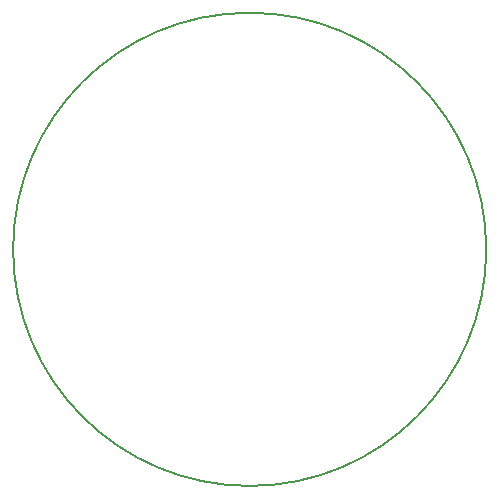
<source format=gbr>
%TF.GenerationSoftware,KiCad,Pcbnew,8.0.1*%
%TF.CreationDate,2024-05-02T10:16:12-03:00*%
%TF.ProjectId,Sdqf,53647166-2e6b-4696-9361-645f70636258,rev?*%
%TF.SameCoordinates,Original*%
%TF.FileFunction,Profile,NP*%
%FSLAX46Y46*%
G04 Gerber Fmt 4.6, Leading zero omitted, Abs format (unit mm)*
G04 Created by KiCad (PCBNEW 8.0.1) date 2024-05-02 10:16:12*
%MOMM*%
%LPD*%
G01*
G04 APERTURE LIST*
%TA.AperFunction,Profile*%
%ADD10C,0.200000*%
%TD*%
G04 APERTURE END LIST*
D10*
X164495532Y-87080000D02*
G75*
G02*
X124434468Y-87080000I-20030532J0D01*
G01*
X124434468Y-87080000D02*
G75*
G02*
X164495532Y-87080000I20030532J0D01*
G01*
M02*

</source>
